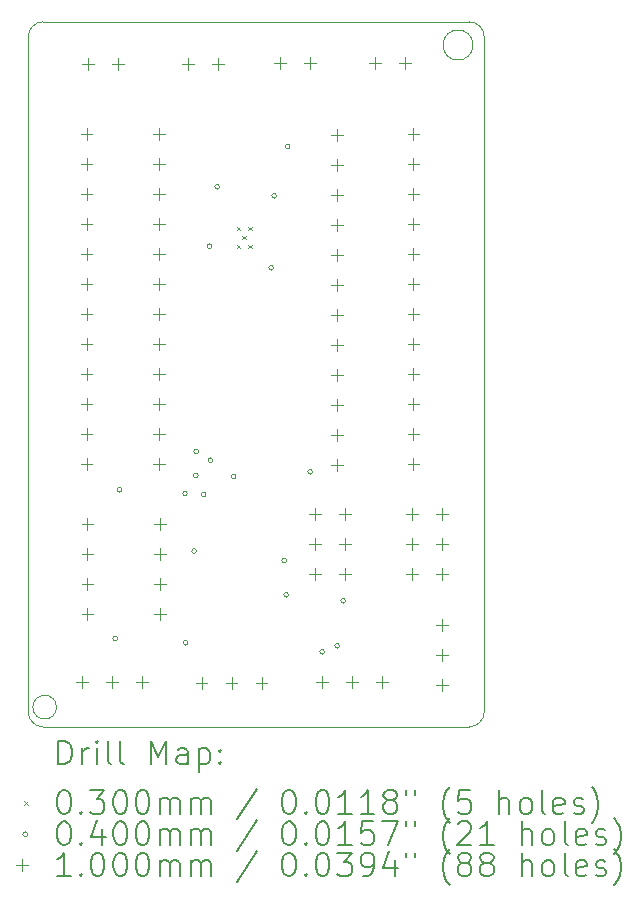
<source format=gbr>
%TF.GenerationSoftware,KiCad,Pcbnew,7.0.9-7.0.9~ubuntu22.04.1*%
%TF.CreationDate,2023-12-29T16:16:33+05:30*%
%TF.ProjectId,ulpLoRa_charge controller HAT,756c704c-6f52-4615-9f63-686172676520,rev?*%
%TF.SameCoordinates,Original*%
%TF.FileFunction,Drillmap*%
%TF.FilePolarity,Positive*%
%FSLAX45Y45*%
G04 Gerber Fmt 4.5, Leading zero omitted, Abs format (unit mm)*
G04 Created by KiCad (PCBNEW 7.0.9-7.0.9~ubuntu22.04.1) date 2023-12-29 16:16:33*
%MOMM*%
%LPD*%
G01*
G04 APERTURE LIST*
%ADD10C,0.100000*%
%ADD11C,0.200000*%
G04 APERTURE END LIST*
D10*
X12877800Y-5801800D02*
X16484600Y-5801800D01*
X16484600Y-11770800D02*
G75*
G03*
X16611600Y-11643800I0J127000D01*
G01*
X12750800Y-11643800D02*
G75*
G03*
X12877800Y-11770800I127000J0D01*
G01*
X16611600Y-5928800D02*
G75*
G03*
X16484600Y-5801800I-127000J0D01*
G01*
X16611600Y-5928800D02*
X16611600Y-11643800D01*
X12877800Y-5801800D02*
G75*
G03*
X12750800Y-5928800I0J-127000D01*
G01*
X16484600Y-11770800D02*
X12877800Y-11770800D01*
X16516775Y-5998225D02*
G75*
G03*
X16516775Y-5998225I-127000J0D01*
G01*
X12750800Y-11643800D02*
X12750800Y-5928800D01*
X12990500Y-11604100D02*
G75*
G03*
X12990500Y-11604100I-100000J0D01*
G01*
D11*
D10*
X14514891Y-7538221D02*
X14544891Y-7568221D01*
X14544891Y-7538221D02*
X14514891Y-7568221D01*
X14514891Y-7688221D02*
X14544891Y-7718221D01*
X14544891Y-7688221D02*
X14514891Y-7718221D01*
X14564891Y-7613221D02*
X14594891Y-7643221D01*
X14594891Y-7613221D02*
X14564891Y-7643221D01*
X14614891Y-7538221D02*
X14644891Y-7568221D01*
X14644891Y-7538221D02*
X14614891Y-7568221D01*
X14614891Y-7688221D02*
X14644891Y-7718221D01*
X14644891Y-7688221D02*
X14614891Y-7718221D01*
X13507400Y-11021500D02*
G75*
G03*
X13507400Y-11021500I-20000J0D01*
G01*
X13545500Y-9764200D02*
G75*
G03*
X13545500Y-9764200I-20000J0D01*
G01*
X14098658Y-9795559D02*
G75*
G03*
X14098658Y-9795559I-20000J0D01*
G01*
X14104730Y-11060030D02*
G75*
G03*
X14104730Y-11060030I-20000J0D01*
G01*
X14176163Y-10282614D02*
G75*
G03*
X14176163Y-10282614I-20000J0D01*
G01*
X14190033Y-9644733D02*
G75*
G03*
X14190033Y-9644733I-20000J0D01*
G01*
X14193200Y-9440039D02*
G75*
G03*
X14193200Y-9440039I-20000J0D01*
G01*
X14256700Y-9802300D02*
G75*
G03*
X14256700Y-9802300I-20000J0D01*
G01*
X14307500Y-7700871D02*
G75*
G03*
X14307500Y-7700871I-20000J0D01*
G01*
X14312721Y-9512739D02*
G75*
G03*
X14312721Y-9512739I-20000J0D01*
G01*
X14371000Y-7198800D02*
G75*
G03*
X14371000Y-7198800I-20000J0D01*
G01*
X14510700Y-9649900D02*
G75*
G03*
X14510700Y-9649900I-20000J0D01*
G01*
X14828200Y-7884600D02*
G75*
G03*
X14828200Y-7884600I-20000J0D01*
G01*
X14853600Y-7275000D02*
G75*
G03*
X14853600Y-7275000I-20000J0D01*
G01*
X14937750Y-10362547D02*
G75*
G03*
X14937750Y-10362547I-20000J0D01*
G01*
X14955200Y-10653200D02*
G75*
G03*
X14955200Y-10653200I-20000J0D01*
G01*
X14967900Y-6855900D02*
G75*
G03*
X14967900Y-6855900I-20000J0D01*
G01*
X15158400Y-9611800D02*
G75*
G03*
X15158400Y-9611800I-20000J0D01*
G01*
X15260000Y-11135800D02*
G75*
G03*
X15260000Y-11135800I-20000J0D01*
G01*
X15387000Y-11085000D02*
G75*
G03*
X15387000Y-11085000I-20000J0D01*
G01*
X15437800Y-10704000D02*
G75*
G03*
X15437800Y-10704000I-20000J0D01*
G01*
X13207275Y-11343633D02*
X13207275Y-11443633D01*
X13157275Y-11393633D02*
X13257275Y-11393633D01*
X13245090Y-6704677D02*
X13245090Y-6804677D01*
X13195090Y-6754677D02*
X13295090Y-6754677D01*
X13245090Y-6958677D02*
X13245090Y-7058677D01*
X13195090Y-7008677D02*
X13295090Y-7008677D01*
X13245090Y-7212677D02*
X13245090Y-7312677D01*
X13195090Y-7262677D02*
X13295090Y-7262677D01*
X13245090Y-7466677D02*
X13245090Y-7566677D01*
X13195090Y-7516677D02*
X13295090Y-7516677D01*
X13245090Y-7720677D02*
X13245090Y-7820677D01*
X13195090Y-7770677D02*
X13295090Y-7770677D01*
X13245090Y-7974677D02*
X13245090Y-8074677D01*
X13195090Y-8024677D02*
X13295090Y-8024677D01*
X13245090Y-8228677D02*
X13245090Y-8328677D01*
X13195090Y-8278677D02*
X13295090Y-8278677D01*
X13245090Y-8482677D02*
X13245090Y-8582677D01*
X13195090Y-8532677D02*
X13295090Y-8532677D01*
X13245090Y-8736677D02*
X13245090Y-8836677D01*
X13195090Y-8786677D02*
X13295090Y-8786677D01*
X13245090Y-8990677D02*
X13245090Y-9090677D01*
X13195090Y-9040677D02*
X13295090Y-9040677D01*
X13245090Y-9244677D02*
X13245090Y-9344677D01*
X13195090Y-9294677D02*
X13295090Y-9294677D01*
X13245090Y-9498677D02*
X13245090Y-9598677D01*
X13195090Y-9548677D02*
X13295090Y-9548677D01*
X13253023Y-10000338D02*
X13253023Y-10100338D01*
X13203023Y-10050338D02*
X13303023Y-10050338D01*
X13253023Y-10254338D02*
X13253023Y-10354338D01*
X13203023Y-10304338D02*
X13303023Y-10304338D01*
X13253023Y-10508338D02*
X13253023Y-10608338D01*
X13203023Y-10558338D02*
X13303023Y-10558338D01*
X13253023Y-10762338D02*
X13253023Y-10862338D01*
X13203023Y-10812338D02*
X13303023Y-10812338D01*
X13258300Y-6107400D02*
X13258300Y-6207400D01*
X13208300Y-6157400D02*
X13308300Y-6157400D01*
X13461275Y-11343633D02*
X13461275Y-11443633D01*
X13411275Y-11393633D02*
X13511275Y-11393633D01*
X13512300Y-6107400D02*
X13512300Y-6207400D01*
X13462300Y-6157400D02*
X13562300Y-6157400D01*
X13715275Y-11343633D02*
X13715275Y-11443633D01*
X13665275Y-11393633D02*
X13765275Y-11393633D01*
X13859842Y-6704536D02*
X13859842Y-6804536D01*
X13809842Y-6754536D02*
X13909842Y-6754536D01*
X13859842Y-6958536D02*
X13859842Y-7058536D01*
X13809842Y-7008536D02*
X13909842Y-7008536D01*
X13859842Y-7212536D02*
X13859842Y-7312536D01*
X13809842Y-7262536D02*
X13909842Y-7262536D01*
X13859842Y-7466536D02*
X13859842Y-7566536D01*
X13809842Y-7516536D02*
X13909842Y-7516536D01*
X13859842Y-7720536D02*
X13859842Y-7820536D01*
X13809842Y-7770536D02*
X13909842Y-7770536D01*
X13859842Y-7974536D02*
X13859842Y-8074536D01*
X13809842Y-8024536D02*
X13909842Y-8024536D01*
X13859842Y-8228536D02*
X13859842Y-8328536D01*
X13809842Y-8278536D02*
X13909842Y-8278536D01*
X13859842Y-8482536D02*
X13859842Y-8582536D01*
X13809842Y-8532536D02*
X13909842Y-8532536D01*
X13859842Y-8736536D02*
X13859842Y-8836536D01*
X13809842Y-8786536D02*
X13909842Y-8786536D01*
X13859842Y-8990536D02*
X13859842Y-9090536D01*
X13809842Y-9040536D02*
X13909842Y-9040536D01*
X13859842Y-9244536D02*
X13859842Y-9344536D01*
X13809842Y-9294536D02*
X13909842Y-9294536D01*
X13859842Y-9498536D02*
X13859842Y-9598536D01*
X13809842Y-9548536D02*
X13909842Y-9548536D01*
X13866674Y-10001084D02*
X13866674Y-10101084D01*
X13816674Y-10051084D02*
X13916674Y-10051084D01*
X13866674Y-10255084D02*
X13866674Y-10355084D01*
X13816674Y-10305084D02*
X13916674Y-10305084D01*
X13866674Y-10509084D02*
X13866674Y-10609084D01*
X13816674Y-10559084D02*
X13916674Y-10559084D01*
X13866674Y-10763084D02*
X13866674Y-10863084D01*
X13816674Y-10813084D02*
X13916674Y-10813084D01*
X14105651Y-6105374D02*
X14105651Y-6205374D01*
X14055651Y-6155374D02*
X14155651Y-6155374D01*
X14219053Y-11350934D02*
X14219053Y-11450934D01*
X14169053Y-11400934D02*
X14269053Y-11400934D01*
X14359651Y-6105374D02*
X14359651Y-6205374D01*
X14309651Y-6155374D02*
X14409651Y-6155374D01*
X14473053Y-11350934D02*
X14473053Y-11450934D01*
X14423053Y-11400934D02*
X14523053Y-11400934D01*
X14727053Y-11350934D02*
X14727053Y-11450934D01*
X14677053Y-11400934D02*
X14777053Y-11400934D01*
X14879798Y-6103342D02*
X14879798Y-6203342D01*
X14829798Y-6153342D02*
X14929798Y-6153342D01*
X15133798Y-6103342D02*
X15133798Y-6203342D01*
X15083798Y-6153342D02*
X15183798Y-6153342D01*
X15176293Y-9917179D02*
X15176293Y-10017179D01*
X15126293Y-9967179D02*
X15226293Y-9967179D01*
X15176293Y-10171179D02*
X15176293Y-10271179D01*
X15126293Y-10221179D02*
X15226293Y-10221179D01*
X15176293Y-10425179D02*
X15176293Y-10525179D01*
X15126293Y-10475179D02*
X15226293Y-10475179D01*
X15240000Y-11339800D02*
X15240000Y-11439800D01*
X15190000Y-11389800D02*
X15290000Y-11389800D01*
X15366730Y-6710579D02*
X15366730Y-6810579D01*
X15316730Y-6760579D02*
X15416730Y-6760579D01*
X15366730Y-6964579D02*
X15366730Y-7064579D01*
X15316730Y-7014579D02*
X15416730Y-7014579D01*
X15366730Y-7218579D02*
X15366730Y-7318579D01*
X15316730Y-7268579D02*
X15416730Y-7268579D01*
X15366730Y-7472579D02*
X15366730Y-7572579D01*
X15316730Y-7522579D02*
X15416730Y-7522579D01*
X15366730Y-7726579D02*
X15366730Y-7826579D01*
X15316730Y-7776579D02*
X15416730Y-7776579D01*
X15366730Y-7980579D02*
X15366730Y-8080579D01*
X15316730Y-8030579D02*
X15416730Y-8030579D01*
X15366730Y-8234579D02*
X15366730Y-8334579D01*
X15316730Y-8284579D02*
X15416730Y-8284579D01*
X15366730Y-8488579D02*
X15366730Y-8588579D01*
X15316730Y-8538579D02*
X15416730Y-8538579D01*
X15366730Y-8742579D02*
X15366730Y-8842579D01*
X15316730Y-8792579D02*
X15416730Y-8792579D01*
X15366730Y-8996579D02*
X15366730Y-9096579D01*
X15316730Y-9046579D02*
X15416730Y-9046579D01*
X15366730Y-9250579D02*
X15366730Y-9350579D01*
X15316730Y-9300579D02*
X15416730Y-9300579D01*
X15366730Y-9504579D02*
X15366730Y-9604579D01*
X15316730Y-9554579D02*
X15416730Y-9554579D01*
X15430293Y-9917179D02*
X15430293Y-10017179D01*
X15380293Y-9967179D02*
X15480293Y-9967179D01*
X15430293Y-10171179D02*
X15430293Y-10271179D01*
X15380293Y-10221179D02*
X15480293Y-10221179D01*
X15430293Y-10425179D02*
X15430293Y-10525179D01*
X15380293Y-10475179D02*
X15480293Y-10475179D01*
X15494000Y-11339800D02*
X15494000Y-11439800D01*
X15444000Y-11389800D02*
X15544000Y-11389800D01*
X15686964Y-6103348D02*
X15686964Y-6203348D01*
X15636964Y-6153348D02*
X15736964Y-6153348D01*
X15748000Y-11339800D02*
X15748000Y-11439800D01*
X15698000Y-11389800D02*
X15798000Y-11389800D01*
X15940964Y-6103348D02*
X15940964Y-6203348D01*
X15890964Y-6153348D02*
X15990964Y-6153348D01*
X16001106Y-9917976D02*
X16001106Y-10017976D01*
X15951106Y-9967976D02*
X16051106Y-9967976D01*
X16001106Y-10171976D02*
X16001106Y-10271976D01*
X15951106Y-10221976D02*
X16051106Y-10221976D01*
X16001106Y-10425976D02*
X16001106Y-10525976D01*
X15951106Y-10475976D02*
X16051106Y-10475976D01*
X16013104Y-6702977D02*
X16013104Y-6802977D01*
X15963104Y-6752977D02*
X16063104Y-6752977D01*
X16013104Y-6956977D02*
X16013104Y-7056977D01*
X15963104Y-7006977D02*
X16063104Y-7006977D01*
X16013104Y-7210977D02*
X16013104Y-7310977D01*
X15963104Y-7260977D02*
X16063104Y-7260977D01*
X16013104Y-7464977D02*
X16013104Y-7564977D01*
X15963104Y-7514977D02*
X16063104Y-7514977D01*
X16013104Y-7718977D02*
X16013104Y-7818977D01*
X15963104Y-7768977D02*
X16063104Y-7768977D01*
X16013104Y-7972977D02*
X16013104Y-8072977D01*
X15963104Y-8022977D02*
X16063104Y-8022977D01*
X16013104Y-8226977D02*
X16013104Y-8326977D01*
X15963104Y-8276977D02*
X16063104Y-8276977D01*
X16013104Y-8480977D02*
X16013104Y-8580977D01*
X15963104Y-8530977D02*
X16063104Y-8530977D01*
X16013104Y-8734977D02*
X16013104Y-8834977D01*
X15963104Y-8784977D02*
X16063104Y-8784977D01*
X16013104Y-8988977D02*
X16013104Y-9088977D01*
X15963104Y-9038977D02*
X16063104Y-9038977D01*
X16013104Y-9242977D02*
X16013104Y-9342977D01*
X15963104Y-9292977D02*
X16063104Y-9292977D01*
X16013104Y-9496977D02*
X16013104Y-9596977D01*
X15963104Y-9546977D02*
X16063104Y-9546977D01*
X16255106Y-9917976D02*
X16255106Y-10017976D01*
X16205106Y-9967976D02*
X16305106Y-9967976D01*
X16255106Y-10171976D02*
X16255106Y-10271976D01*
X16205106Y-10221976D02*
X16305106Y-10221976D01*
X16255106Y-10425976D02*
X16255106Y-10525976D01*
X16205106Y-10475976D02*
X16305106Y-10475976D01*
X16256000Y-10857200D02*
X16256000Y-10957200D01*
X16206000Y-10907200D02*
X16306000Y-10907200D01*
X16256000Y-11111200D02*
X16256000Y-11211200D01*
X16206000Y-11161200D02*
X16306000Y-11161200D01*
X16256000Y-11365200D02*
X16256000Y-11465200D01*
X16206000Y-11415200D02*
X16306000Y-11415200D01*
D11*
X13006577Y-12087284D02*
X13006577Y-11887284D01*
X13006577Y-11887284D02*
X13054196Y-11887284D01*
X13054196Y-11887284D02*
X13082767Y-11896808D01*
X13082767Y-11896808D02*
X13101815Y-11915855D01*
X13101815Y-11915855D02*
X13111339Y-11934903D01*
X13111339Y-11934903D02*
X13120862Y-11972998D01*
X13120862Y-11972998D02*
X13120862Y-12001569D01*
X13120862Y-12001569D02*
X13111339Y-12039665D01*
X13111339Y-12039665D02*
X13101815Y-12058712D01*
X13101815Y-12058712D02*
X13082767Y-12077760D01*
X13082767Y-12077760D02*
X13054196Y-12087284D01*
X13054196Y-12087284D02*
X13006577Y-12087284D01*
X13206577Y-12087284D02*
X13206577Y-11953950D01*
X13206577Y-11992046D02*
X13216101Y-11972998D01*
X13216101Y-11972998D02*
X13225624Y-11963474D01*
X13225624Y-11963474D02*
X13244672Y-11953950D01*
X13244672Y-11953950D02*
X13263720Y-11953950D01*
X13330386Y-12087284D02*
X13330386Y-11953950D01*
X13330386Y-11887284D02*
X13320862Y-11896808D01*
X13320862Y-11896808D02*
X13330386Y-11906331D01*
X13330386Y-11906331D02*
X13339910Y-11896808D01*
X13339910Y-11896808D02*
X13330386Y-11887284D01*
X13330386Y-11887284D02*
X13330386Y-11906331D01*
X13454196Y-12087284D02*
X13435148Y-12077760D01*
X13435148Y-12077760D02*
X13425624Y-12058712D01*
X13425624Y-12058712D02*
X13425624Y-11887284D01*
X13558958Y-12087284D02*
X13539910Y-12077760D01*
X13539910Y-12077760D02*
X13530386Y-12058712D01*
X13530386Y-12058712D02*
X13530386Y-11887284D01*
X13787529Y-12087284D02*
X13787529Y-11887284D01*
X13787529Y-11887284D02*
X13854196Y-12030141D01*
X13854196Y-12030141D02*
X13920862Y-11887284D01*
X13920862Y-11887284D02*
X13920862Y-12087284D01*
X14101815Y-12087284D02*
X14101815Y-11982522D01*
X14101815Y-11982522D02*
X14092291Y-11963474D01*
X14092291Y-11963474D02*
X14073243Y-11953950D01*
X14073243Y-11953950D02*
X14035148Y-11953950D01*
X14035148Y-11953950D02*
X14016101Y-11963474D01*
X14101815Y-12077760D02*
X14082767Y-12087284D01*
X14082767Y-12087284D02*
X14035148Y-12087284D01*
X14035148Y-12087284D02*
X14016101Y-12077760D01*
X14016101Y-12077760D02*
X14006577Y-12058712D01*
X14006577Y-12058712D02*
X14006577Y-12039665D01*
X14006577Y-12039665D02*
X14016101Y-12020617D01*
X14016101Y-12020617D02*
X14035148Y-12011093D01*
X14035148Y-12011093D02*
X14082767Y-12011093D01*
X14082767Y-12011093D02*
X14101815Y-12001569D01*
X14197053Y-11953950D02*
X14197053Y-12153950D01*
X14197053Y-11963474D02*
X14216101Y-11953950D01*
X14216101Y-11953950D02*
X14254196Y-11953950D01*
X14254196Y-11953950D02*
X14273243Y-11963474D01*
X14273243Y-11963474D02*
X14282767Y-11972998D01*
X14282767Y-11972998D02*
X14292291Y-11992046D01*
X14292291Y-11992046D02*
X14292291Y-12049188D01*
X14292291Y-12049188D02*
X14282767Y-12068236D01*
X14282767Y-12068236D02*
X14273243Y-12077760D01*
X14273243Y-12077760D02*
X14254196Y-12087284D01*
X14254196Y-12087284D02*
X14216101Y-12087284D01*
X14216101Y-12087284D02*
X14197053Y-12077760D01*
X14378005Y-12068236D02*
X14387529Y-12077760D01*
X14387529Y-12077760D02*
X14378005Y-12087284D01*
X14378005Y-12087284D02*
X14368482Y-12077760D01*
X14368482Y-12077760D02*
X14378005Y-12068236D01*
X14378005Y-12068236D02*
X14378005Y-12087284D01*
X14378005Y-11963474D02*
X14387529Y-11972998D01*
X14387529Y-11972998D02*
X14378005Y-11982522D01*
X14378005Y-11982522D02*
X14368482Y-11972998D01*
X14368482Y-11972998D02*
X14378005Y-11963474D01*
X14378005Y-11963474D02*
X14378005Y-11982522D01*
D10*
X12715800Y-12400800D02*
X12745800Y-12430800D01*
X12745800Y-12400800D02*
X12715800Y-12430800D01*
D11*
X13044672Y-12307284D02*
X13063720Y-12307284D01*
X13063720Y-12307284D02*
X13082767Y-12316808D01*
X13082767Y-12316808D02*
X13092291Y-12326331D01*
X13092291Y-12326331D02*
X13101815Y-12345379D01*
X13101815Y-12345379D02*
X13111339Y-12383474D01*
X13111339Y-12383474D02*
X13111339Y-12431093D01*
X13111339Y-12431093D02*
X13101815Y-12469188D01*
X13101815Y-12469188D02*
X13092291Y-12488236D01*
X13092291Y-12488236D02*
X13082767Y-12497760D01*
X13082767Y-12497760D02*
X13063720Y-12507284D01*
X13063720Y-12507284D02*
X13044672Y-12507284D01*
X13044672Y-12507284D02*
X13025624Y-12497760D01*
X13025624Y-12497760D02*
X13016101Y-12488236D01*
X13016101Y-12488236D02*
X13006577Y-12469188D01*
X13006577Y-12469188D02*
X12997053Y-12431093D01*
X12997053Y-12431093D02*
X12997053Y-12383474D01*
X12997053Y-12383474D02*
X13006577Y-12345379D01*
X13006577Y-12345379D02*
X13016101Y-12326331D01*
X13016101Y-12326331D02*
X13025624Y-12316808D01*
X13025624Y-12316808D02*
X13044672Y-12307284D01*
X13197053Y-12488236D02*
X13206577Y-12497760D01*
X13206577Y-12497760D02*
X13197053Y-12507284D01*
X13197053Y-12507284D02*
X13187529Y-12497760D01*
X13187529Y-12497760D02*
X13197053Y-12488236D01*
X13197053Y-12488236D02*
X13197053Y-12507284D01*
X13273243Y-12307284D02*
X13397053Y-12307284D01*
X13397053Y-12307284D02*
X13330386Y-12383474D01*
X13330386Y-12383474D02*
X13358958Y-12383474D01*
X13358958Y-12383474D02*
X13378005Y-12392998D01*
X13378005Y-12392998D02*
X13387529Y-12402522D01*
X13387529Y-12402522D02*
X13397053Y-12421569D01*
X13397053Y-12421569D02*
X13397053Y-12469188D01*
X13397053Y-12469188D02*
X13387529Y-12488236D01*
X13387529Y-12488236D02*
X13378005Y-12497760D01*
X13378005Y-12497760D02*
X13358958Y-12507284D01*
X13358958Y-12507284D02*
X13301815Y-12507284D01*
X13301815Y-12507284D02*
X13282767Y-12497760D01*
X13282767Y-12497760D02*
X13273243Y-12488236D01*
X13520862Y-12307284D02*
X13539910Y-12307284D01*
X13539910Y-12307284D02*
X13558958Y-12316808D01*
X13558958Y-12316808D02*
X13568482Y-12326331D01*
X13568482Y-12326331D02*
X13578005Y-12345379D01*
X13578005Y-12345379D02*
X13587529Y-12383474D01*
X13587529Y-12383474D02*
X13587529Y-12431093D01*
X13587529Y-12431093D02*
X13578005Y-12469188D01*
X13578005Y-12469188D02*
X13568482Y-12488236D01*
X13568482Y-12488236D02*
X13558958Y-12497760D01*
X13558958Y-12497760D02*
X13539910Y-12507284D01*
X13539910Y-12507284D02*
X13520862Y-12507284D01*
X13520862Y-12507284D02*
X13501815Y-12497760D01*
X13501815Y-12497760D02*
X13492291Y-12488236D01*
X13492291Y-12488236D02*
X13482767Y-12469188D01*
X13482767Y-12469188D02*
X13473243Y-12431093D01*
X13473243Y-12431093D02*
X13473243Y-12383474D01*
X13473243Y-12383474D02*
X13482767Y-12345379D01*
X13482767Y-12345379D02*
X13492291Y-12326331D01*
X13492291Y-12326331D02*
X13501815Y-12316808D01*
X13501815Y-12316808D02*
X13520862Y-12307284D01*
X13711339Y-12307284D02*
X13730386Y-12307284D01*
X13730386Y-12307284D02*
X13749434Y-12316808D01*
X13749434Y-12316808D02*
X13758958Y-12326331D01*
X13758958Y-12326331D02*
X13768482Y-12345379D01*
X13768482Y-12345379D02*
X13778005Y-12383474D01*
X13778005Y-12383474D02*
X13778005Y-12431093D01*
X13778005Y-12431093D02*
X13768482Y-12469188D01*
X13768482Y-12469188D02*
X13758958Y-12488236D01*
X13758958Y-12488236D02*
X13749434Y-12497760D01*
X13749434Y-12497760D02*
X13730386Y-12507284D01*
X13730386Y-12507284D02*
X13711339Y-12507284D01*
X13711339Y-12507284D02*
X13692291Y-12497760D01*
X13692291Y-12497760D02*
X13682767Y-12488236D01*
X13682767Y-12488236D02*
X13673243Y-12469188D01*
X13673243Y-12469188D02*
X13663720Y-12431093D01*
X13663720Y-12431093D02*
X13663720Y-12383474D01*
X13663720Y-12383474D02*
X13673243Y-12345379D01*
X13673243Y-12345379D02*
X13682767Y-12326331D01*
X13682767Y-12326331D02*
X13692291Y-12316808D01*
X13692291Y-12316808D02*
X13711339Y-12307284D01*
X13863720Y-12507284D02*
X13863720Y-12373950D01*
X13863720Y-12392998D02*
X13873243Y-12383474D01*
X13873243Y-12383474D02*
X13892291Y-12373950D01*
X13892291Y-12373950D02*
X13920863Y-12373950D01*
X13920863Y-12373950D02*
X13939910Y-12383474D01*
X13939910Y-12383474D02*
X13949434Y-12402522D01*
X13949434Y-12402522D02*
X13949434Y-12507284D01*
X13949434Y-12402522D02*
X13958958Y-12383474D01*
X13958958Y-12383474D02*
X13978005Y-12373950D01*
X13978005Y-12373950D02*
X14006577Y-12373950D01*
X14006577Y-12373950D02*
X14025624Y-12383474D01*
X14025624Y-12383474D02*
X14035148Y-12402522D01*
X14035148Y-12402522D02*
X14035148Y-12507284D01*
X14130386Y-12507284D02*
X14130386Y-12373950D01*
X14130386Y-12392998D02*
X14139910Y-12383474D01*
X14139910Y-12383474D02*
X14158958Y-12373950D01*
X14158958Y-12373950D02*
X14187529Y-12373950D01*
X14187529Y-12373950D02*
X14206577Y-12383474D01*
X14206577Y-12383474D02*
X14216101Y-12402522D01*
X14216101Y-12402522D02*
X14216101Y-12507284D01*
X14216101Y-12402522D02*
X14225624Y-12383474D01*
X14225624Y-12383474D02*
X14244672Y-12373950D01*
X14244672Y-12373950D02*
X14273243Y-12373950D01*
X14273243Y-12373950D02*
X14292291Y-12383474D01*
X14292291Y-12383474D02*
X14301815Y-12402522D01*
X14301815Y-12402522D02*
X14301815Y-12507284D01*
X14692291Y-12297760D02*
X14520863Y-12554903D01*
X14949434Y-12307284D02*
X14968482Y-12307284D01*
X14968482Y-12307284D02*
X14987529Y-12316808D01*
X14987529Y-12316808D02*
X14997053Y-12326331D01*
X14997053Y-12326331D02*
X15006577Y-12345379D01*
X15006577Y-12345379D02*
X15016101Y-12383474D01*
X15016101Y-12383474D02*
X15016101Y-12431093D01*
X15016101Y-12431093D02*
X15006577Y-12469188D01*
X15006577Y-12469188D02*
X14997053Y-12488236D01*
X14997053Y-12488236D02*
X14987529Y-12497760D01*
X14987529Y-12497760D02*
X14968482Y-12507284D01*
X14968482Y-12507284D02*
X14949434Y-12507284D01*
X14949434Y-12507284D02*
X14930386Y-12497760D01*
X14930386Y-12497760D02*
X14920863Y-12488236D01*
X14920863Y-12488236D02*
X14911339Y-12469188D01*
X14911339Y-12469188D02*
X14901815Y-12431093D01*
X14901815Y-12431093D02*
X14901815Y-12383474D01*
X14901815Y-12383474D02*
X14911339Y-12345379D01*
X14911339Y-12345379D02*
X14920863Y-12326331D01*
X14920863Y-12326331D02*
X14930386Y-12316808D01*
X14930386Y-12316808D02*
X14949434Y-12307284D01*
X15101815Y-12488236D02*
X15111339Y-12497760D01*
X15111339Y-12497760D02*
X15101815Y-12507284D01*
X15101815Y-12507284D02*
X15092291Y-12497760D01*
X15092291Y-12497760D02*
X15101815Y-12488236D01*
X15101815Y-12488236D02*
X15101815Y-12507284D01*
X15235148Y-12307284D02*
X15254196Y-12307284D01*
X15254196Y-12307284D02*
X15273244Y-12316808D01*
X15273244Y-12316808D02*
X15282767Y-12326331D01*
X15282767Y-12326331D02*
X15292291Y-12345379D01*
X15292291Y-12345379D02*
X15301815Y-12383474D01*
X15301815Y-12383474D02*
X15301815Y-12431093D01*
X15301815Y-12431093D02*
X15292291Y-12469188D01*
X15292291Y-12469188D02*
X15282767Y-12488236D01*
X15282767Y-12488236D02*
X15273244Y-12497760D01*
X15273244Y-12497760D02*
X15254196Y-12507284D01*
X15254196Y-12507284D02*
X15235148Y-12507284D01*
X15235148Y-12507284D02*
X15216101Y-12497760D01*
X15216101Y-12497760D02*
X15206577Y-12488236D01*
X15206577Y-12488236D02*
X15197053Y-12469188D01*
X15197053Y-12469188D02*
X15187529Y-12431093D01*
X15187529Y-12431093D02*
X15187529Y-12383474D01*
X15187529Y-12383474D02*
X15197053Y-12345379D01*
X15197053Y-12345379D02*
X15206577Y-12326331D01*
X15206577Y-12326331D02*
X15216101Y-12316808D01*
X15216101Y-12316808D02*
X15235148Y-12307284D01*
X15492291Y-12507284D02*
X15378006Y-12507284D01*
X15435148Y-12507284D02*
X15435148Y-12307284D01*
X15435148Y-12307284D02*
X15416101Y-12335855D01*
X15416101Y-12335855D02*
X15397053Y-12354903D01*
X15397053Y-12354903D02*
X15378006Y-12364427D01*
X15682767Y-12507284D02*
X15568482Y-12507284D01*
X15625625Y-12507284D02*
X15625625Y-12307284D01*
X15625625Y-12307284D02*
X15606577Y-12335855D01*
X15606577Y-12335855D02*
X15587529Y-12354903D01*
X15587529Y-12354903D02*
X15568482Y-12364427D01*
X15797053Y-12392998D02*
X15778006Y-12383474D01*
X15778006Y-12383474D02*
X15768482Y-12373950D01*
X15768482Y-12373950D02*
X15758958Y-12354903D01*
X15758958Y-12354903D02*
X15758958Y-12345379D01*
X15758958Y-12345379D02*
X15768482Y-12326331D01*
X15768482Y-12326331D02*
X15778006Y-12316808D01*
X15778006Y-12316808D02*
X15797053Y-12307284D01*
X15797053Y-12307284D02*
X15835148Y-12307284D01*
X15835148Y-12307284D02*
X15854196Y-12316808D01*
X15854196Y-12316808D02*
X15863720Y-12326331D01*
X15863720Y-12326331D02*
X15873244Y-12345379D01*
X15873244Y-12345379D02*
X15873244Y-12354903D01*
X15873244Y-12354903D02*
X15863720Y-12373950D01*
X15863720Y-12373950D02*
X15854196Y-12383474D01*
X15854196Y-12383474D02*
X15835148Y-12392998D01*
X15835148Y-12392998D02*
X15797053Y-12392998D01*
X15797053Y-12392998D02*
X15778006Y-12402522D01*
X15778006Y-12402522D02*
X15768482Y-12412046D01*
X15768482Y-12412046D02*
X15758958Y-12431093D01*
X15758958Y-12431093D02*
X15758958Y-12469188D01*
X15758958Y-12469188D02*
X15768482Y-12488236D01*
X15768482Y-12488236D02*
X15778006Y-12497760D01*
X15778006Y-12497760D02*
X15797053Y-12507284D01*
X15797053Y-12507284D02*
X15835148Y-12507284D01*
X15835148Y-12507284D02*
X15854196Y-12497760D01*
X15854196Y-12497760D02*
X15863720Y-12488236D01*
X15863720Y-12488236D02*
X15873244Y-12469188D01*
X15873244Y-12469188D02*
X15873244Y-12431093D01*
X15873244Y-12431093D02*
X15863720Y-12412046D01*
X15863720Y-12412046D02*
X15854196Y-12402522D01*
X15854196Y-12402522D02*
X15835148Y-12392998D01*
X15949434Y-12307284D02*
X15949434Y-12345379D01*
X16025625Y-12307284D02*
X16025625Y-12345379D01*
X16320863Y-12583474D02*
X16311339Y-12573950D01*
X16311339Y-12573950D02*
X16292291Y-12545379D01*
X16292291Y-12545379D02*
X16282768Y-12526331D01*
X16282768Y-12526331D02*
X16273244Y-12497760D01*
X16273244Y-12497760D02*
X16263720Y-12450141D01*
X16263720Y-12450141D02*
X16263720Y-12412046D01*
X16263720Y-12412046D02*
X16273244Y-12364427D01*
X16273244Y-12364427D02*
X16282768Y-12335855D01*
X16282768Y-12335855D02*
X16292291Y-12316808D01*
X16292291Y-12316808D02*
X16311339Y-12288236D01*
X16311339Y-12288236D02*
X16320863Y-12278712D01*
X16492291Y-12307284D02*
X16397053Y-12307284D01*
X16397053Y-12307284D02*
X16387529Y-12402522D01*
X16387529Y-12402522D02*
X16397053Y-12392998D01*
X16397053Y-12392998D02*
X16416101Y-12383474D01*
X16416101Y-12383474D02*
X16463720Y-12383474D01*
X16463720Y-12383474D02*
X16482768Y-12392998D01*
X16482768Y-12392998D02*
X16492291Y-12402522D01*
X16492291Y-12402522D02*
X16501815Y-12421569D01*
X16501815Y-12421569D02*
X16501815Y-12469188D01*
X16501815Y-12469188D02*
X16492291Y-12488236D01*
X16492291Y-12488236D02*
X16482768Y-12497760D01*
X16482768Y-12497760D02*
X16463720Y-12507284D01*
X16463720Y-12507284D02*
X16416101Y-12507284D01*
X16416101Y-12507284D02*
X16397053Y-12497760D01*
X16397053Y-12497760D02*
X16387529Y-12488236D01*
X16739910Y-12507284D02*
X16739910Y-12307284D01*
X16825625Y-12507284D02*
X16825625Y-12402522D01*
X16825625Y-12402522D02*
X16816101Y-12383474D01*
X16816101Y-12383474D02*
X16797053Y-12373950D01*
X16797053Y-12373950D02*
X16768482Y-12373950D01*
X16768482Y-12373950D02*
X16749434Y-12383474D01*
X16749434Y-12383474D02*
X16739910Y-12392998D01*
X16949434Y-12507284D02*
X16930387Y-12497760D01*
X16930387Y-12497760D02*
X16920863Y-12488236D01*
X16920863Y-12488236D02*
X16911339Y-12469188D01*
X16911339Y-12469188D02*
X16911339Y-12412046D01*
X16911339Y-12412046D02*
X16920863Y-12392998D01*
X16920863Y-12392998D02*
X16930387Y-12383474D01*
X16930387Y-12383474D02*
X16949434Y-12373950D01*
X16949434Y-12373950D02*
X16978006Y-12373950D01*
X16978006Y-12373950D02*
X16997053Y-12383474D01*
X16997053Y-12383474D02*
X17006577Y-12392998D01*
X17006577Y-12392998D02*
X17016101Y-12412046D01*
X17016101Y-12412046D02*
X17016101Y-12469188D01*
X17016101Y-12469188D02*
X17006577Y-12488236D01*
X17006577Y-12488236D02*
X16997053Y-12497760D01*
X16997053Y-12497760D02*
X16978006Y-12507284D01*
X16978006Y-12507284D02*
X16949434Y-12507284D01*
X17130387Y-12507284D02*
X17111339Y-12497760D01*
X17111339Y-12497760D02*
X17101815Y-12478712D01*
X17101815Y-12478712D02*
X17101815Y-12307284D01*
X17282768Y-12497760D02*
X17263720Y-12507284D01*
X17263720Y-12507284D02*
X17225625Y-12507284D01*
X17225625Y-12507284D02*
X17206577Y-12497760D01*
X17206577Y-12497760D02*
X17197053Y-12478712D01*
X17197053Y-12478712D02*
X17197053Y-12402522D01*
X17197053Y-12402522D02*
X17206577Y-12383474D01*
X17206577Y-12383474D02*
X17225625Y-12373950D01*
X17225625Y-12373950D02*
X17263720Y-12373950D01*
X17263720Y-12373950D02*
X17282768Y-12383474D01*
X17282768Y-12383474D02*
X17292292Y-12402522D01*
X17292292Y-12402522D02*
X17292292Y-12421569D01*
X17292292Y-12421569D02*
X17197053Y-12440617D01*
X17368482Y-12497760D02*
X17387530Y-12507284D01*
X17387530Y-12507284D02*
X17425625Y-12507284D01*
X17425625Y-12507284D02*
X17444673Y-12497760D01*
X17444673Y-12497760D02*
X17454196Y-12478712D01*
X17454196Y-12478712D02*
X17454196Y-12469188D01*
X17454196Y-12469188D02*
X17444673Y-12450141D01*
X17444673Y-12450141D02*
X17425625Y-12440617D01*
X17425625Y-12440617D02*
X17397053Y-12440617D01*
X17397053Y-12440617D02*
X17378006Y-12431093D01*
X17378006Y-12431093D02*
X17368482Y-12412046D01*
X17368482Y-12412046D02*
X17368482Y-12402522D01*
X17368482Y-12402522D02*
X17378006Y-12383474D01*
X17378006Y-12383474D02*
X17397053Y-12373950D01*
X17397053Y-12373950D02*
X17425625Y-12373950D01*
X17425625Y-12373950D02*
X17444673Y-12383474D01*
X17520863Y-12583474D02*
X17530387Y-12573950D01*
X17530387Y-12573950D02*
X17549434Y-12545379D01*
X17549434Y-12545379D02*
X17558958Y-12526331D01*
X17558958Y-12526331D02*
X17568482Y-12497760D01*
X17568482Y-12497760D02*
X17578006Y-12450141D01*
X17578006Y-12450141D02*
X17578006Y-12412046D01*
X17578006Y-12412046D02*
X17568482Y-12364427D01*
X17568482Y-12364427D02*
X17558958Y-12335855D01*
X17558958Y-12335855D02*
X17549434Y-12316808D01*
X17549434Y-12316808D02*
X17530387Y-12288236D01*
X17530387Y-12288236D02*
X17520863Y-12278712D01*
D10*
X12745800Y-12679800D02*
G75*
G03*
X12745800Y-12679800I-20000J0D01*
G01*
D11*
X13044672Y-12571284D02*
X13063720Y-12571284D01*
X13063720Y-12571284D02*
X13082767Y-12580808D01*
X13082767Y-12580808D02*
X13092291Y-12590331D01*
X13092291Y-12590331D02*
X13101815Y-12609379D01*
X13101815Y-12609379D02*
X13111339Y-12647474D01*
X13111339Y-12647474D02*
X13111339Y-12695093D01*
X13111339Y-12695093D02*
X13101815Y-12733188D01*
X13101815Y-12733188D02*
X13092291Y-12752236D01*
X13092291Y-12752236D02*
X13082767Y-12761760D01*
X13082767Y-12761760D02*
X13063720Y-12771284D01*
X13063720Y-12771284D02*
X13044672Y-12771284D01*
X13044672Y-12771284D02*
X13025624Y-12761760D01*
X13025624Y-12761760D02*
X13016101Y-12752236D01*
X13016101Y-12752236D02*
X13006577Y-12733188D01*
X13006577Y-12733188D02*
X12997053Y-12695093D01*
X12997053Y-12695093D02*
X12997053Y-12647474D01*
X12997053Y-12647474D02*
X13006577Y-12609379D01*
X13006577Y-12609379D02*
X13016101Y-12590331D01*
X13016101Y-12590331D02*
X13025624Y-12580808D01*
X13025624Y-12580808D02*
X13044672Y-12571284D01*
X13197053Y-12752236D02*
X13206577Y-12761760D01*
X13206577Y-12761760D02*
X13197053Y-12771284D01*
X13197053Y-12771284D02*
X13187529Y-12761760D01*
X13187529Y-12761760D02*
X13197053Y-12752236D01*
X13197053Y-12752236D02*
X13197053Y-12771284D01*
X13378005Y-12637950D02*
X13378005Y-12771284D01*
X13330386Y-12561760D02*
X13282767Y-12704617D01*
X13282767Y-12704617D02*
X13406577Y-12704617D01*
X13520862Y-12571284D02*
X13539910Y-12571284D01*
X13539910Y-12571284D02*
X13558958Y-12580808D01*
X13558958Y-12580808D02*
X13568482Y-12590331D01*
X13568482Y-12590331D02*
X13578005Y-12609379D01*
X13578005Y-12609379D02*
X13587529Y-12647474D01*
X13587529Y-12647474D02*
X13587529Y-12695093D01*
X13587529Y-12695093D02*
X13578005Y-12733188D01*
X13578005Y-12733188D02*
X13568482Y-12752236D01*
X13568482Y-12752236D02*
X13558958Y-12761760D01*
X13558958Y-12761760D02*
X13539910Y-12771284D01*
X13539910Y-12771284D02*
X13520862Y-12771284D01*
X13520862Y-12771284D02*
X13501815Y-12761760D01*
X13501815Y-12761760D02*
X13492291Y-12752236D01*
X13492291Y-12752236D02*
X13482767Y-12733188D01*
X13482767Y-12733188D02*
X13473243Y-12695093D01*
X13473243Y-12695093D02*
X13473243Y-12647474D01*
X13473243Y-12647474D02*
X13482767Y-12609379D01*
X13482767Y-12609379D02*
X13492291Y-12590331D01*
X13492291Y-12590331D02*
X13501815Y-12580808D01*
X13501815Y-12580808D02*
X13520862Y-12571284D01*
X13711339Y-12571284D02*
X13730386Y-12571284D01*
X13730386Y-12571284D02*
X13749434Y-12580808D01*
X13749434Y-12580808D02*
X13758958Y-12590331D01*
X13758958Y-12590331D02*
X13768482Y-12609379D01*
X13768482Y-12609379D02*
X13778005Y-12647474D01*
X13778005Y-12647474D02*
X13778005Y-12695093D01*
X13778005Y-12695093D02*
X13768482Y-12733188D01*
X13768482Y-12733188D02*
X13758958Y-12752236D01*
X13758958Y-12752236D02*
X13749434Y-12761760D01*
X13749434Y-12761760D02*
X13730386Y-12771284D01*
X13730386Y-12771284D02*
X13711339Y-12771284D01*
X13711339Y-12771284D02*
X13692291Y-12761760D01*
X13692291Y-12761760D02*
X13682767Y-12752236D01*
X13682767Y-12752236D02*
X13673243Y-12733188D01*
X13673243Y-12733188D02*
X13663720Y-12695093D01*
X13663720Y-12695093D02*
X13663720Y-12647474D01*
X13663720Y-12647474D02*
X13673243Y-12609379D01*
X13673243Y-12609379D02*
X13682767Y-12590331D01*
X13682767Y-12590331D02*
X13692291Y-12580808D01*
X13692291Y-12580808D02*
X13711339Y-12571284D01*
X13863720Y-12771284D02*
X13863720Y-12637950D01*
X13863720Y-12656998D02*
X13873243Y-12647474D01*
X13873243Y-12647474D02*
X13892291Y-12637950D01*
X13892291Y-12637950D02*
X13920863Y-12637950D01*
X13920863Y-12637950D02*
X13939910Y-12647474D01*
X13939910Y-12647474D02*
X13949434Y-12666522D01*
X13949434Y-12666522D02*
X13949434Y-12771284D01*
X13949434Y-12666522D02*
X13958958Y-12647474D01*
X13958958Y-12647474D02*
X13978005Y-12637950D01*
X13978005Y-12637950D02*
X14006577Y-12637950D01*
X14006577Y-12637950D02*
X14025624Y-12647474D01*
X14025624Y-12647474D02*
X14035148Y-12666522D01*
X14035148Y-12666522D02*
X14035148Y-12771284D01*
X14130386Y-12771284D02*
X14130386Y-12637950D01*
X14130386Y-12656998D02*
X14139910Y-12647474D01*
X14139910Y-12647474D02*
X14158958Y-12637950D01*
X14158958Y-12637950D02*
X14187529Y-12637950D01*
X14187529Y-12637950D02*
X14206577Y-12647474D01*
X14206577Y-12647474D02*
X14216101Y-12666522D01*
X14216101Y-12666522D02*
X14216101Y-12771284D01*
X14216101Y-12666522D02*
X14225624Y-12647474D01*
X14225624Y-12647474D02*
X14244672Y-12637950D01*
X14244672Y-12637950D02*
X14273243Y-12637950D01*
X14273243Y-12637950D02*
X14292291Y-12647474D01*
X14292291Y-12647474D02*
X14301815Y-12666522D01*
X14301815Y-12666522D02*
X14301815Y-12771284D01*
X14692291Y-12561760D02*
X14520863Y-12818903D01*
X14949434Y-12571284D02*
X14968482Y-12571284D01*
X14968482Y-12571284D02*
X14987529Y-12580808D01*
X14987529Y-12580808D02*
X14997053Y-12590331D01*
X14997053Y-12590331D02*
X15006577Y-12609379D01*
X15006577Y-12609379D02*
X15016101Y-12647474D01*
X15016101Y-12647474D02*
X15016101Y-12695093D01*
X15016101Y-12695093D02*
X15006577Y-12733188D01*
X15006577Y-12733188D02*
X14997053Y-12752236D01*
X14997053Y-12752236D02*
X14987529Y-12761760D01*
X14987529Y-12761760D02*
X14968482Y-12771284D01*
X14968482Y-12771284D02*
X14949434Y-12771284D01*
X14949434Y-12771284D02*
X14930386Y-12761760D01*
X14930386Y-12761760D02*
X14920863Y-12752236D01*
X14920863Y-12752236D02*
X14911339Y-12733188D01*
X14911339Y-12733188D02*
X14901815Y-12695093D01*
X14901815Y-12695093D02*
X14901815Y-12647474D01*
X14901815Y-12647474D02*
X14911339Y-12609379D01*
X14911339Y-12609379D02*
X14920863Y-12590331D01*
X14920863Y-12590331D02*
X14930386Y-12580808D01*
X14930386Y-12580808D02*
X14949434Y-12571284D01*
X15101815Y-12752236D02*
X15111339Y-12761760D01*
X15111339Y-12761760D02*
X15101815Y-12771284D01*
X15101815Y-12771284D02*
X15092291Y-12761760D01*
X15092291Y-12761760D02*
X15101815Y-12752236D01*
X15101815Y-12752236D02*
X15101815Y-12771284D01*
X15235148Y-12571284D02*
X15254196Y-12571284D01*
X15254196Y-12571284D02*
X15273244Y-12580808D01*
X15273244Y-12580808D02*
X15282767Y-12590331D01*
X15282767Y-12590331D02*
X15292291Y-12609379D01*
X15292291Y-12609379D02*
X15301815Y-12647474D01*
X15301815Y-12647474D02*
X15301815Y-12695093D01*
X15301815Y-12695093D02*
X15292291Y-12733188D01*
X15292291Y-12733188D02*
X15282767Y-12752236D01*
X15282767Y-12752236D02*
X15273244Y-12761760D01*
X15273244Y-12761760D02*
X15254196Y-12771284D01*
X15254196Y-12771284D02*
X15235148Y-12771284D01*
X15235148Y-12771284D02*
X15216101Y-12761760D01*
X15216101Y-12761760D02*
X15206577Y-12752236D01*
X15206577Y-12752236D02*
X15197053Y-12733188D01*
X15197053Y-12733188D02*
X15187529Y-12695093D01*
X15187529Y-12695093D02*
X15187529Y-12647474D01*
X15187529Y-12647474D02*
X15197053Y-12609379D01*
X15197053Y-12609379D02*
X15206577Y-12590331D01*
X15206577Y-12590331D02*
X15216101Y-12580808D01*
X15216101Y-12580808D02*
X15235148Y-12571284D01*
X15492291Y-12771284D02*
X15378006Y-12771284D01*
X15435148Y-12771284D02*
X15435148Y-12571284D01*
X15435148Y-12571284D02*
X15416101Y-12599855D01*
X15416101Y-12599855D02*
X15397053Y-12618903D01*
X15397053Y-12618903D02*
X15378006Y-12628427D01*
X15673244Y-12571284D02*
X15578006Y-12571284D01*
X15578006Y-12571284D02*
X15568482Y-12666522D01*
X15568482Y-12666522D02*
X15578006Y-12656998D01*
X15578006Y-12656998D02*
X15597053Y-12647474D01*
X15597053Y-12647474D02*
X15644672Y-12647474D01*
X15644672Y-12647474D02*
X15663720Y-12656998D01*
X15663720Y-12656998D02*
X15673244Y-12666522D01*
X15673244Y-12666522D02*
X15682767Y-12685569D01*
X15682767Y-12685569D02*
X15682767Y-12733188D01*
X15682767Y-12733188D02*
X15673244Y-12752236D01*
X15673244Y-12752236D02*
X15663720Y-12761760D01*
X15663720Y-12761760D02*
X15644672Y-12771284D01*
X15644672Y-12771284D02*
X15597053Y-12771284D01*
X15597053Y-12771284D02*
X15578006Y-12761760D01*
X15578006Y-12761760D02*
X15568482Y-12752236D01*
X15749434Y-12571284D02*
X15882767Y-12571284D01*
X15882767Y-12571284D02*
X15797053Y-12771284D01*
X15949434Y-12571284D02*
X15949434Y-12609379D01*
X16025625Y-12571284D02*
X16025625Y-12609379D01*
X16320863Y-12847474D02*
X16311339Y-12837950D01*
X16311339Y-12837950D02*
X16292291Y-12809379D01*
X16292291Y-12809379D02*
X16282768Y-12790331D01*
X16282768Y-12790331D02*
X16273244Y-12761760D01*
X16273244Y-12761760D02*
X16263720Y-12714141D01*
X16263720Y-12714141D02*
X16263720Y-12676046D01*
X16263720Y-12676046D02*
X16273244Y-12628427D01*
X16273244Y-12628427D02*
X16282768Y-12599855D01*
X16282768Y-12599855D02*
X16292291Y-12580808D01*
X16292291Y-12580808D02*
X16311339Y-12552236D01*
X16311339Y-12552236D02*
X16320863Y-12542712D01*
X16387529Y-12590331D02*
X16397053Y-12580808D01*
X16397053Y-12580808D02*
X16416101Y-12571284D01*
X16416101Y-12571284D02*
X16463720Y-12571284D01*
X16463720Y-12571284D02*
X16482768Y-12580808D01*
X16482768Y-12580808D02*
X16492291Y-12590331D01*
X16492291Y-12590331D02*
X16501815Y-12609379D01*
X16501815Y-12609379D02*
X16501815Y-12628427D01*
X16501815Y-12628427D02*
X16492291Y-12656998D01*
X16492291Y-12656998D02*
X16378006Y-12771284D01*
X16378006Y-12771284D02*
X16501815Y-12771284D01*
X16692291Y-12771284D02*
X16578006Y-12771284D01*
X16635148Y-12771284D02*
X16635148Y-12571284D01*
X16635148Y-12571284D02*
X16616101Y-12599855D01*
X16616101Y-12599855D02*
X16597053Y-12618903D01*
X16597053Y-12618903D02*
X16578006Y-12628427D01*
X16930387Y-12771284D02*
X16930387Y-12571284D01*
X17016101Y-12771284D02*
X17016101Y-12666522D01*
X17016101Y-12666522D02*
X17006577Y-12647474D01*
X17006577Y-12647474D02*
X16987530Y-12637950D01*
X16987530Y-12637950D02*
X16958958Y-12637950D01*
X16958958Y-12637950D02*
X16939911Y-12647474D01*
X16939911Y-12647474D02*
X16930387Y-12656998D01*
X17139911Y-12771284D02*
X17120863Y-12761760D01*
X17120863Y-12761760D02*
X17111339Y-12752236D01*
X17111339Y-12752236D02*
X17101815Y-12733188D01*
X17101815Y-12733188D02*
X17101815Y-12676046D01*
X17101815Y-12676046D02*
X17111339Y-12656998D01*
X17111339Y-12656998D02*
X17120863Y-12647474D01*
X17120863Y-12647474D02*
X17139911Y-12637950D01*
X17139911Y-12637950D02*
X17168482Y-12637950D01*
X17168482Y-12637950D02*
X17187530Y-12647474D01*
X17187530Y-12647474D02*
X17197053Y-12656998D01*
X17197053Y-12656998D02*
X17206577Y-12676046D01*
X17206577Y-12676046D02*
X17206577Y-12733188D01*
X17206577Y-12733188D02*
X17197053Y-12752236D01*
X17197053Y-12752236D02*
X17187530Y-12761760D01*
X17187530Y-12761760D02*
X17168482Y-12771284D01*
X17168482Y-12771284D02*
X17139911Y-12771284D01*
X17320863Y-12771284D02*
X17301815Y-12761760D01*
X17301815Y-12761760D02*
X17292292Y-12742712D01*
X17292292Y-12742712D02*
X17292292Y-12571284D01*
X17473244Y-12761760D02*
X17454196Y-12771284D01*
X17454196Y-12771284D02*
X17416101Y-12771284D01*
X17416101Y-12771284D02*
X17397053Y-12761760D01*
X17397053Y-12761760D02*
X17387530Y-12742712D01*
X17387530Y-12742712D02*
X17387530Y-12666522D01*
X17387530Y-12666522D02*
X17397053Y-12647474D01*
X17397053Y-12647474D02*
X17416101Y-12637950D01*
X17416101Y-12637950D02*
X17454196Y-12637950D01*
X17454196Y-12637950D02*
X17473244Y-12647474D01*
X17473244Y-12647474D02*
X17482768Y-12666522D01*
X17482768Y-12666522D02*
X17482768Y-12685569D01*
X17482768Y-12685569D02*
X17387530Y-12704617D01*
X17558958Y-12761760D02*
X17578006Y-12771284D01*
X17578006Y-12771284D02*
X17616101Y-12771284D01*
X17616101Y-12771284D02*
X17635149Y-12761760D01*
X17635149Y-12761760D02*
X17644673Y-12742712D01*
X17644673Y-12742712D02*
X17644673Y-12733188D01*
X17644673Y-12733188D02*
X17635149Y-12714141D01*
X17635149Y-12714141D02*
X17616101Y-12704617D01*
X17616101Y-12704617D02*
X17587530Y-12704617D01*
X17587530Y-12704617D02*
X17568482Y-12695093D01*
X17568482Y-12695093D02*
X17558958Y-12676046D01*
X17558958Y-12676046D02*
X17558958Y-12666522D01*
X17558958Y-12666522D02*
X17568482Y-12647474D01*
X17568482Y-12647474D02*
X17587530Y-12637950D01*
X17587530Y-12637950D02*
X17616101Y-12637950D01*
X17616101Y-12637950D02*
X17635149Y-12647474D01*
X17711339Y-12847474D02*
X17720863Y-12837950D01*
X17720863Y-12837950D02*
X17739911Y-12809379D01*
X17739911Y-12809379D02*
X17749434Y-12790331D01*
X17749434Y-12790331D02*
X17758958Y-12761760D01*
X17758958Y-12761760D02*
X17768482Y-12714141D01*
X17768482Y-12714141D02*
X17768482Y-12676046D01*
X17768482Y-12676046D02*
X17758958Y-12628427D01*
X17758958Y-12628427D02*
X17749434Y-12599855D01*
X17749434Y-12599855D02*
X17739911Y-12580808D01*
X17739911Y-12580808D02*
X17720863Y-12552236D01*
X17720863Y-12552236D02*
X17711339Y-12542712D01*
D10*
X12695800Y-12893800D02*
X12695800Y-12993800D01*
X12645800Y-12943800D02*
X12745800Y-12943800D01*
D11*
X13111339Y-13035284D02*
X12997053Y-13035284D01*
X13054196Y-13035284D02*
X13054196Y-12835284D01*
X13054196Y-12835284D02*
X13035148Y-12863855D01*
X13035148Y-12863855D02*
X13016101Y-12882903D01*
X13016101Y-12882903D02*
X12997053Y-12892427D01*
X13197053Y-13016236D02*
X13206577Y-13025760D01*
X13206577Y-13025760D02*
X13197053Y-13035284D01*
X13197053Y-13035284D02*
X13187529Y-13025760D01*
X13187529Y-13025760D02*
X13197053Y-13016236D01*
X13197053Y-13016236D02*
X13197053Y-13035284D01*
X13330386Y-12835284D02*
X13349434Y-12835284D01*
X13349434Y-12835284D02*
X13368482Y-12844808D01*
X13368482Y-12844808D02*
X13378005Y-12854331D01*
X13378005Y-12854331D02*
X13387529Y-12873379D01*
X13387529Y-12873379D02*
X13397053Y-12911474D01*
X13397053Y-12911474D02*
X13397053Y-12959093D01*
X13397053Y-12959093D02*
X13387529Y-12997188D01*
X13387529Y-12997188D02*
X13378005Y-13016236D01*
X13378005Y-13016236D02*
X13368482Y-13025760D01*
X13368482Y-13025760D02*
X13349434Y-13035284D01*
X13349434Y-13035284D02*
X13330386Y-13035284D01*
X13330386Y-13035284D02*
X13311339Y-13025760D01*
X13311339Y-13025760D02*
X13301815Y-13016236D01*
X13301815Y-13016236D02*
X13292291Y-12997188D01*
X13292291Y-12997188D02*
X13282767Y-12959093D01*
X13282767Y-12959093D02*
X13282767Y-12911474D01*
X13282767Y-12911474D02*
X13292291Y-12873379D01*
X13292291Y-12873379D02*
X13301815Y-12854331D01*
X13301815Y-12854331D02*
X13311339Y-12844808D01*
X13311339Y-12844808D02*
X13330386Y-12835284D01*
X13520862Y-12835284D02*
X13539910Y-12835284D01*
X13539910Y-12835284D02*
X13558958Y-12844808D01*
X13558958Y-12844808D02*
X13568482Y-12854331D01*
X13568482Y-12854331D02*
X13578005Y-12873379D01*
X13578005Y-12873379D02*
X13587529Y-12911474D01*
X13587529Y-12911474D02*
X13587529Y-12959093D01*
X13587529Y-12959093D02*
X13578005Y-12997188D01*
X13578005Y-12997188D02*
X13568482Y-13016236D01*
X13568482Y-13016236D02*
X13558958Y-13025760D01*
X13558958Y-13025760D02*
X13539910Y-13035284D01*
X13539910Y-13035284D02*
X13520862Y-13035284D01*
X13520862Y-13035284D02*
X13501815Y-13025760D01*
X13501815Y-13025760D02*
X13492291Y-13016236D01*
X13492291Y-13016236D02*
X13482767Y-12997188D01*
X13482767Y-12997188D02*
X13473243Y-12959093D01*
X13473243Y-12959093D02*
X13473243Y-12911474D01*
X13473243Y-12911474D02*
X13482767Y-12873379D01*
X13482767Y-12873379D02*
X13492291Y-12854331D01*
X13492291Y-12854331D02*
X13501815Y-12844808D01*
X13501815Y-12844808D02*
X13520862Y-12835284D01*
X13711339Y-12835284D02*
X13730386Y-12835284D01*
X13730386Y-12835284D02*
X13749434Y-12844808D01*
X13749434Y-12844808D02*
X13758958Y-12854331D01*
X13758958Y-12854331D02*
X13768482Y-12873379D01*
X13768482Y-12873379D02*
X13778005Y-12911474D01*
X13778005Y-12911474D02*
X13778005Y-12959093D01*
X13778005Y-12959093D02*
X13768482Y-12997188D01*
X13768482Y-12997188D02*
X13758958Y-13016236D01*
X13758958Y-13016236D02*
X13749434Y-13025760D01*
X13749434Y-13025760D02*
X13730386Y-13035284D01*
X13730386Y-13035284D02*
X13711339Y-13035284D01*
X13711339Y-13035284D02*
X13692291Y-13025760D01*
X13692291Y-13025760D02*
X13682767Y-13016236D01*
X13682767Y-13016236D02*
X13673243Y-12997188D01*
X13673243Y-12997188D02*
X13663720Y-12959093D01*
X13663720Y-12959093D02*
X13663720Y-12911474D01*
X13663720Y-12911474D02*
X13673243Y-12873379D01*
X13673243Y-12873379D02*
X13682767Y-12854331D01*
X13682767Y-12854331D02*
X13692291Y-12844808D01*
X13692291Y-12844808D02*
X13711339Y-12835284D01*
X13863720Y-13035284D02*
X13863720Y-12901950D01*
X13863720Y-12920998D02*
X13873243Y-12911474D01*
X13873243Y-12911474D02*
X13892291Y-12901950D01*
X13892291Y-12901950D02*
X13920863Y-12901950D01*
X13920863Y-12901950D02*
X13939910Y-12911474D01*
X13939910Y-12911474D02*
X13949434Y-12930522D01*
X13949434Y-12930522D02*
X13949434Y-13035284D01*
X13949434Y-12930522D02*
X13958958Y-12911474D01*
X13958958Y-12911474D02*
X13978005Y-12901950D01*
X13978005Y-12901950D02*
X14006577Y-12901950D01*
X14006577Y-12901950D02*
X14025624Y-12911474D01*
X14025624Y-12911474D02*
X14035148Y-12930522D01*
X14035148Y-12930522D02*
X14035148Y-13035284D01*
X14130386Y-13035284D02*
X14130386Y-12901950D01*
X14130386Y-12920998D02*
X14139910Y-12911474D01*
X14139910Y-12911474D02*
X14158958Y-12901950D01*
X14158958Y-12901950D02*
X14187529Y-12901950D01*
X14187529Y-12901950D02*
X14206577Y-12911474D01*
X14206577Y-12911474D02*
X14216101Y-12930522D01*
X14216101Y-12930522D02*
X14216101Y-13035284D01*
X14216101Y-12930522D02*
X14225624Y-12911474D01*
X14225624Y-12911474D02*
X14244672Y-12901950D01*
X14244672Y-12901950D02*
X14273243Y-12901950D01*
X14273243Y-12901950D02*
X14292291Y-12911474D01*
X14292291Y-12911474D02*
X14301815Y-12930522D01*
X14301815Y-12930522D02*
X14301815Y-13035284D01*
X14692291Y-12825760D02*
X14520863Y-13082903D01*
X14949434Y-12835284D02*
X14968482Y-12835284D01*
X14968482Y-12835284D02*
X14987529Y-12844808D01*
X14987529Y-12844808D02*
X14997053Y-12854331D01*
X14997053Y-12854331D02*
X15006577Y-12873379D01*
X15006577Y-12873379D02*
X15016101Y-12911474D01*
X15016101Y-12911474D02*
X15016101Y-12959093D01*
X15016101Y-12959093D02*
X15006577Y-12997188D01*
X15006577Y-12997188D02*
X14997053Y-13016236D01*
X14997053Y-13016236D02*
X14987529Y-13025760D01*
X14987529Y-13025760D02*
X14968482Y-13035284D01*
X14968482Y-13035284D02*
X14949434Y-13035284D01*
X14949434Y-13035284D02*
X14930386Y-13025760D01*
X14930386Y-13025760D02*
X14920863Y-13016236D01*
X14920863Y-13016236D02*
X14911339Y-12997188D01*
X14911339Y-12997188D02*
X14901815Y-12959093D01*
X14901815Y-12959093D02*
X14901815Y-12911474D01*
X14901815Y-12911474D02*
X14911339Y-12873379D01*
X14911339Y-12873379D02*
X14920863Y-12854331D01*
X14920863Y-12854331D02*
X14930386Y-12844808D01*
X14930386Y-12844808D02*
X14949434Y-12835284D01*
X15101815Y-13016236D02*
X15111339Y-13025760D01*
X15111339Y-13025760D02*
X15101815Y-13035284D01*
X15101815Y-13035284D02*
X15092291Y-13025760D01*
X15092291Y-13025760D02*
X15101815Y-13016236D01*
X15101815Y-13016236D02*
X15101815Y-13035284D01*
X15235148Y-12835284D02*
X15254196Y-12835284D01*
X15254196Y-12835284D02*
X15273244Y-12844808D01*
X15273244Y-12844808D02*
X15282767Y-12854331D01*
X15282767Y-12854331D02*
X15292291Y-12873379D01*
X15292291Y-12873379D02*
X15301815Y-12911474D01*
X15301815Y-12911474D02*
X15301815Y-12959093D01*
X15301815Y-12959093D02*
X15292291Y-12997188D01*
X15292291Y-12997188D02*
X15282767Y-13016236D01*
X15282767Y-13016236D02*
X15273244Y-13025760D01*
X15273244Y-13025760D02*
X15254196Y-13035284D01*
X15254196Y-13035284D02*
X15235148Y-13035284D01*
X15235148Y-13035284D02*
X15216101Y-13025760D01*
X15216101Y-13025760D02*
X15206577Y-13016236D01*
X15206577Y-13016236D02*
X15197053Y-12997188D01*
X15197053Y-12997188D02*
X15187529Y-12959093D01*
X15187529Y-12959093D02*
X15187529Y-12911474D01*
X15187529Y-12911474D02*
X15197053Y-12873379D01*
X15197053Y-12873379D02*
X15206577Y-12854331D01*
X15206577Y-12854331D02*
X15216101Y-12844808D01*
X15216101Y-12844808D02*
X15235148Y-12835284D01*
X15368482Y-12835284D02*
X15492291Y-12835284D01*
X15492291Y-12835284D02*
X15425625Y-12911474D01*
X15425625Y-12911474D02*
X15454196Y-12911474D01*
X15454196Y-12911474D02*
X15473244Y-12920998D01*
X15473244Y-12920998D02*
X15482767Y-12930522D01*
X15482767Y-12930522D02*
X15492291Y-12949569D01*
X15492291Y-12949569D02*
X15492291Y-12997188D01*
X15492291Y-12997188D02*
X15482767Y-13016236D01*
X15482767Y-13016236D02*
X15473244Y-13025760D01*
X15473244Y-13025760D02*
X15454196Y-13035284D01*
X15454196Y-13035284D02*
X15397053Y-13035284D01*
X15397053Y-13035284D02*
X15378006Y-13025760D01*
X15378006Y-13025760D02*
X15368482Y-13016236D01*
X15587529Y-13035284D02*
X15625625Y-13035284D01*
X15625625Y-13035284D02*
X15644672Y-13025760D01*
X15644672Y-13025760D02*
X15654196Y-13016236D01*
X15654196Y-13016236D02*
X15673244Y-12987665D01*
X15673244Y-12987665D02*
X15682767Y-12949569D01*
X15682767Y-12949569D02*
X15682767Y-12873379D01*
X15682767Y-12873379D02*
X15673244Y-12854331D01*
X15673244Y-12854331D02*
X15663720Y-12844808D01*
X15663720Y-12844808D02*
X15644672Y-12835284D01*
X15644672Y-12835284D02*
X15606577Y-12835284D01*
X15606577Y-12835284D02*
X15587529Y-12844808D01*
X15587529Y-12844808D02*
X15578006Y-12854331D01*
X15578006Y-12854331D02*
X15568482Y-12873379D01*
X15568482Y-12873379D02*
X15568482Y-12920998D01*
X15568482Y-12920998D02*
X15578006Y-12940046D01*
X15578006Y-12940046D02*
X15587529Y-12949569D01*
X15587529Y-12949569D02*
X15606577Y-12959093D01*
X15606577Y-12959093D02*
X15644672Y-12959093D01*
X15644672Y-12959093D02*
X15663720Y-12949569D01*
X15663720Y-12949569D02*
X15673244Y-12940046D01*
X15673244Y-12940046D02*
X15682767Y-12920998D01*
X15854196Y-12901950D02*
X15854196Y-13035284D01*
X15806577Y-12825760D02*
X15758958Y-12968617D01*
X15758958Y-12968617D02*
X15882767Y-12968617D01*
X15949434Y-12835284D02*
X15949434Y-12873379D01*
X16025625Y-12835284D02*
X16025625Y-12873379D01*
X16320863Y-13111474D02*
X16311339Y-13101950D01*
X16311339Y-13101950D02*
X16292291Y-13073379D01*
X16292291Y-13073379D02*
X16282768Y-13054331D01*
X16282768Y-13054331D02*
X16273244Y-13025760D01*
X16273244Y-13025760D02*
X16263720Y-12978141D01*
X16263720Y-12978141D02*
X16263720Y-12940046D01*
X16263720Y-12940046D02*
X16273244Y-12892427D01*
X16273244Y-12892427D02*
X16282768Y-12863855D01*
X16282768Y-12863855D02*
X16292291Y-12844808D01*
X16292291Y-12844808D02*
X16311339Y-12816236D01*
X16311339Y-12816236D02*
X16320863Y-12806712D01*
X16425625Y-12920998D02*
X16406577Y-12911474D01*
X16406577Y-12911474D02*
X16397053Y-12901950D01*
X16397053Y-12901950D02*
X16387529Y-12882903D01*
X16387529Y-12882903D02*
X16387529Y-12873379D01*
X16387529Y-12873379D02*
X16397053Y-12854331D01*
X16397053Y-12854331D02*
X16406577Y-12844808D01*
X16406577Y-12844808D02*
X16425625Y-12835284D01*
X16425625Y-12835284D02*
X16463720Y-12835284D01*
X16463720Y-12835284D02*
X16482768Y-12844808D01*
X16482768Y-12844808D02*
X16492291Y-12854331D01*
X16492291Y-12854331D02*
X16501815Y-12873379D01*
X16501815Y-12873379D02*
X16501815Y-12882903D01*
X16501815Y-12882903D02*
X16492291Y-12901950D01*
X16492291Y-12901950D02*
X16482768Y-12911474D01*
X16482768Y-12911474D02*
X16463720Y-12920998D01*
X16463720Y-12920998D02*
X16425625Y-12920998D01*
X16425625Y-12920998D02*
X16406577Y-12930522D01*
X16406577Y-12930522D02*
X16397053Y-12940046D01*
X16397053Y-12940046D02*
X16387529Y-12959093D01*
X16387529Y-12959093D02*
X16387529Y-12997188D01*
X16387529Y-12997188D02*
X16397053Y-13016236D01*
X16397053Y-13016236D02*
X16406577Y-13025760D01*
X16406577Y-13025760D02*
X16425625Y-13035284D01*
X16425625Y-13035284D02*
X16463720Y-13035284D01*
X16463720Y-13035284D02*
X16482768Y-13025760D01*
X16482768Y-13025760D02*
X16492291Y-13016236D01*
X16492291Y-13016236D02*
X16501815Y-12997188D01*
X16501815Y-12997188D02*
X16501815Y-12959093D01*
X16501815Y-12959093D02*
X16492291Y-12940046D01*
X16492291Y-12940046D02*
X16482768Y-12930522D01*
X16482768Y-12930522D02*
X16463720Y-12920998D01*
X16616101Y-12920998D02*
X16597053Y-12911474D01*
X16597053Y-12911474D02*
X16587529Y-12901950D01*
X16587529Y-12901950D02*
X16578006Y-12882903D01*
X16578006Y-12882903D02*
X16578006Y-12873379D01*
X16578006Y-12873379D02*
X16587529Y-12854331D01*
X16587529Y-12854331D02*
X16597053Y-12844808D01*
X16597053Y-12844808D02*
X16616101Y-12835284D01*
X16616101Y-12835284D02*
X16654196Y-12835284D01*
X16654196Y-12835284D02*
X16673244Y-12844808D01*
X16673244Y-12844808D02*
X16682768Y-12854331D01*
X16682768Y-12854331D02*
X16692291Y-12873379D01*
X16692291Y-12873379D02*
X16692291Y-12882903D01*
X16692291Y-12882903D02*
X16682768Y-12901950D01*
X16682768Y-12901950D02*
X16673244Y-12911474D01*
X16673244Y-12911474D02*
X16654196Y-12920998D01*
X16654196Y-12920998D02*
X16616101Y-12920998D01*
X16616101Y-12920998D02*
X16597053Y-12930522D01*
X16597053Y-12930522D02*
X16587529Y-12940046D01*
X16587529Y-12940046D02*
X16578006Y-12959093D01*
X16578006Y-12959093D02*
X16578006Y-12997188D01*
X16578006Y-12997188D02*
X16587529Y-13016236D01*
X16587529Y-13016236D02*
X16597053Y-13025760D01*
X16597053Y-13025760D02*
X16616101Y-13035284D01*
X16616101Y-13035284D02*
X16654196Y-13035284D01*
X16654196Y-13035284D02*
X16673244Y-13025760D01*
X16673244Y-13025760D02*
X16682768Y-13016236D01*
X16682768Y-13016236D02*
X16692291Y-12997188D01*
X16692291Y-12997188D02*
X16692291Y-12959093D01*
X16692291Y-12959093D02*
X16682768Y-12940046D01*
X16682768Y-12940046D02*
X16673244Y-12930522D01*
X16673244Y-12930522D02*
X16654196Y-12920998D01*
X16930387Y-13035284D02*
X16930387Y-12835284D01*
X17016101Y-13035284D02*
X17016101Y-12930522D01*
X17016101Y-12930522D02*
X17006577Y-12911474D01*
X17006577Y-12911474D02*
X16987530Y-12901950D01*
X16987530Y-12901950D02*
X16958958Y-12901950D01*
X16958958Y-12901950D02*
X16939911Y-12911474D01*
X16939911Y-12911474D02*
X16930387Y-12920998D01*
X17139911Y-13035284D02*
X17120863Y-13025760D01*
X17120863Y-13025760D02*
X17111339Y-13016236D01*
X17111339Y-13016236D02*
X17101815Y-12997188D01*
X17101815Y-12997188D02*
X17101815Y-12940046D01*
X17101815Y-12940046D02*
X17111339Y-12920998D01*
X17111339Y-12920998D02*
X17120863Y-12911474D01*
X17120863Y-12911474D02*
X17139911Y-12901950D01*
X17139911Y-12901950D02*
X17168482Y-12901950D01*
X17168482Y-12901950D02*
X17187530Y-12911474D01*
X17187530Y-12911474D02*
X17197053Y-12920998D01*
X17197053Y-12920998D02*
X17206577Y-12940046D01*
X17206577Y-12940046D02*
X17206577Y-12997188D01*
X17206577Y-12997188D02*
X17197053Y-13016236D01*
X17197053Y-13016236D02*
X17187530Y-13025760D01*
X17187530Y-13025760D02*
X17168482Y-13035284D01*
X17168482Y-13035284D02*
X17139911Y-13035284D01*
X17320863Y-13035284D02*
X17301815Y-13025760D01*
X17301815Y-13025760D02*
X17292292Y-13006712D01*
X17292292Y-13006712D02*
X17292292Y-12835284D01*
X17473244Y-13025760D02*
X17454196Y-13035284D01*
X17454196Y-13035284D02*
X17416101Y-13035284D01*
X17416101Y-13035284D02*
X17397053Y-13025760D01*
X17397053Y-13025760D02*
X17387530Y-13006712D01*
X17387530Y-13006712D02*
X17387530Y-12930522D01*
X17387530Y-12930522D02*
X17397053Y-12911474D01*
X17397053Y-12911474D02*
X17416101Y-12901950D01*
X17416101Y-12901950D02*
X17454196Y-12901950D01*
X17454196Y-12901950D02*
X17473244Y-12911474D01*
X17473244Y-12911474D02*
X17482768Y-12930522D01*
X17482768Y-12930522D02*
X17482768Y-12949569D01*
X17482768Y-12949569D02*
X17387530Y-12968617D01*
X17558958Y-13025760D02*
X17578006Y-13035284D01*
X17578006Y-13035284D02*
X17616101Y-13035284D01*
X17616101Y-13035284D02*
X17635149Y-13025760D01*
X17635149Y-13025760D02*
X17644673Y-13006712D01*
X17644673Y-13006712D02*
X17644673Y-12997188D01*
X17644673Y-12997188D02*
X17635149Y-12978141D01*
X17635149Y-12978141D02*
X17616101Y-12968617D01*
X17616101Y-12968617D02*
X17587530Y-12968617D01*
X17587530Y-12968617D02*
X17568482Y-12959093D01*
X17568482Y-12959093D02*
X17558958Y-12940046D01*
X17558958Y-12940046D02*
X17558958Y-12930522D01*
X17558958Y-12930522D02*
X17568482Y-12911474D01*
X17568482Y-12911474D02*
X17587530Y-12901950D01*
X17587530Y-12901950D02*
X17616101Y-12901950D01*
X17616101Y-12901950D02*
X17635149Y-12911474D01*
X17711339Y-13111474D02*
X17720863Y-13101950D01*
X17720863Y-13101950D02*
X17739911Y-13073379D01*
X17739911Y-13073379D02*
X17749434Y-13054331D01*
X17749434Y-13054331D02*
X17758958Y-13025760D01*
X17758958Y-13025760D02*
X17768482Y-12978141D01*
X17768482Y-12978141D02*
X17768482Y-12940046D01*
X17768482Y-12940046D02*
X17758958Y-12892427D01*
X17758958Y-12892427D02*
X17749434Y-12863855D01*
X17749434Y-12863855D02*
X17739911Y-12844808D01*
X17739911Y-12844808D02*
X17720863Y-12816236D01*
X17720863Y-12816236D02*
X17711339Y-12806712D01*
M02*

</source>
